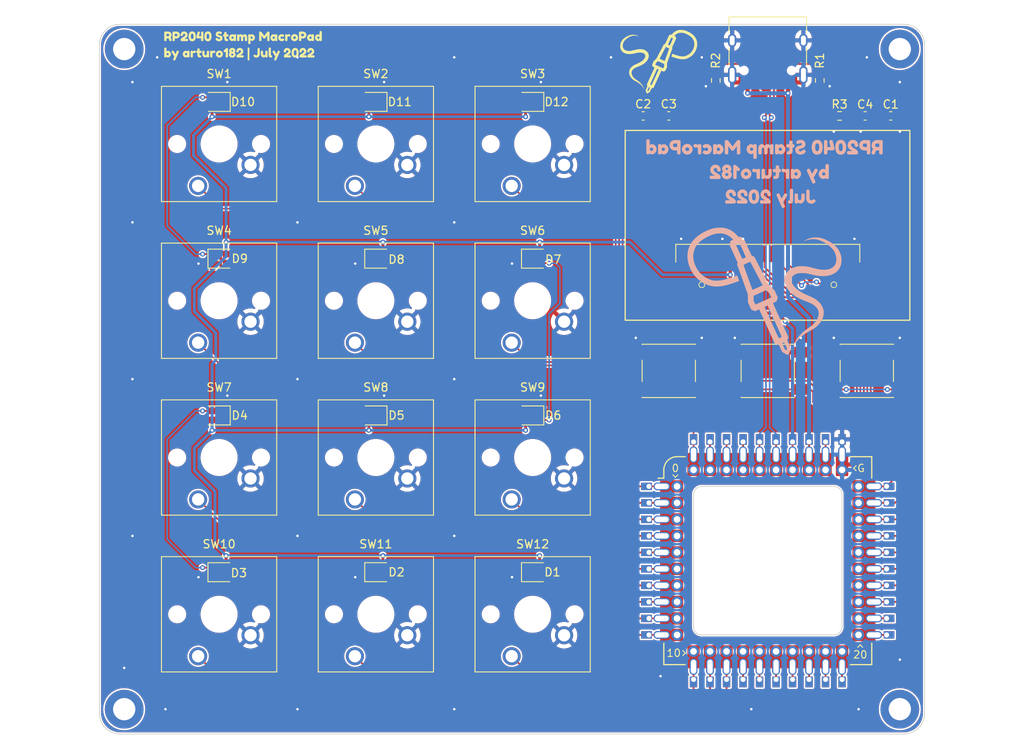
<source format=kicad_pcb>
(kicad_pcb (version 20211014) (generator pcbnew)
  (layers (0 "F.Cu" signal) (31 "B.Cu" signal) (34 "B.Paste" user) (35 "F.Paste" user) (36 "B.SilkS" user "B.Silkscreen") (37 "F.SilkS" user "F.Silkscreen") (38 "B.Mask" user) (39 "F.Mask" user) (44 "Edge.Cuts" user))
  (net 0 "")
  (net 1 "GND")
  (net 2 "+5V")
  (net 3 "Net-(J1-PadA5)")
  (net 4 "/USB_D+")
  (net 5 "/USB_D-")
  (net 7 "Net-(J1-PadB5)")
  (net 9 "unconnected-(U1-Pad32)")
  (net 10 "+3.3V")
  (net 11 "unconnected-(U1-Pad37)")
  (net 12 "unconnected-(U1-Pad38)")
  (net 13 "unconnected-(U1-Pad39)")
  (net 14 "Net-(C1-Pad2)")
  (net 15 "Net-(C2-Pad1)")
  (net 16 "Net-(C2-Pad2)")
  (net 17 "Net-(C3-Pad1)")
  (net 18 "Net-(C3-Pad2)")
  (net 19 "Net-(C4-Pad1)")
  (net 20 "/NEOPIXEL")
  (net 21 "Net-(D1-Pad1)")
  (net 22 "Net-(D2-Pad1)")
  (net 23 "Net-(D3-Pad1)")
  (net 24 "Net-(D4-Pad1)")
  (net 25 "Net-(D5-Pad1)")
  (net 26 "Net-(D6-Pad1)")
  (net 27 "Net-(D7-Pad1)")
  (net 28 "Net-(D8-Pad1)")
  (net 29 "Net-(D10-Pad3)")
  (net 30 "Net-(D10-Pad1)")
  (net 31 "Net-(D11-Pad1)")
  (net 34 "/LCD_CS")
  (net 35 "/LCD_RST")
  (net 36 "/LCD_DC")
  (net 39 "/LCD_CLK")
  (net 40 "/LCD_MOSI")
  (net 47 "Net-(DS1-Pad26)")
  (net 48 "/BTN1")
  (net 49 "/BTN2")
  (net 50 "/BTN3")
  (net 51 "/BTN4")
  (net 52 "/BTN5")
  (net 53 "/BTN6")
  (net 54 "/BTN7")
  (net 55 "/BTN8")
  (net 56 "/BTN9")
  (net 57 "/BTN10")
  (net 58 "/BTN11")
  (net 59 "/BTN12")
  (net 60 "/BTN_LEFT")
  (net 61 "/BTN_CENTER")
  (net 62 "/BTN_RIGHT")
  (net 63 "unconnected-(U1-Pad15)")
  (net 64 "unconnected-(U1-Pad16)")
  (net 65 "unconnected-(U1-Pad17)")
  (net 66 "unconnected-(U1-Pad18)")
  (net 67 "unconnected-(U1-Pad19)")
  (net 68 "unconnected-(U1-Pad20)")
  (net 69 "unconnected-(U1-Pad21)")
  (net 70 "unconnected-(U1-Pad22)")
  (net 71 "unconnected-(U1-Pad14)")
  (footprint "Capacitor_SMD:C_0603_1608Metric" (layer "F.Cu") (at 187 51.1)
    (fp_text reference "C3")
    (fp_text value "1uF")
  )
  (footprint "LED_SMD_Extra:WS2812B-2020" (layer "F.Cu") (at 151.5 87.4 180)
    (fp_text reference "D5")
    (fp_text value "WS2812B-2020")
  )
  (footprint "LED_SMD_Extra:WS2812B-2020" (layer "F.Cu") (at 151.5 68.4)
    (fp_text reference "D8")
    (fp_text value "WS2812B-2020")
  )
  (footprint "Capacitor_SMD:C_0603_1608Metric" (layer "F.Cu") (at 210.8 51.1 180)
    (fp_text reference "C4")
    (fp_text value "1uF")
  )
  (footprint "MountingHole:MountingHole_2.7mm_M2.5_DIN965_Pad" (layer "F.Cu") (at 215 43)
    (fp_text reference "REF**" hide)
    (fp_text value "MountingHole_2.7mm_M2.5_DIN965_Pad")
  )
  (footprint "Button_Switch_Keyboard:SW_Cherry_MX_1.00u_PCB" (layer "F.Cu") (at 129.96 59.58 180)
    (fp_text reference "SW1")
    (fp_text value "SW_SPST")
  )
  (footprint "Button_Switch_SMD:SW_SPST_PTS645" (layer "F.Cu") (at 211 82 180)
    (fp_text reference "SW15" hide)
    (fp_text value "SW_RIGHT")
  )
  (footprint "Button_Switch_Keyboard:SW_Cherry_MX_1.00u_PCB" (layer "F.Cu") (at 129.96 78.58 180)
    (fp_text reference "SW4")
    (fp_text value "SW_SPST")
  )
  (footprint "Capacitor_SMD:C_0603_1608Metric" (layer "F.Cu") (at 213.9 51.1 180)
    (fp_text reference "C1")
    (fp_text value "1uF")
  )
  (footprint "Button_Switch_Keyboard:SW_Cherry_MX_1.00u_PCB" (layer "F.Cu") (at 129.96 116.58 180)
    (fp_text reference "SW10")
    (fp_text value "SW_SPST")
  )
  (footprint "Button_Switch_Keyboard:SW_Cherry_MX_1.00u_PCB" (layer "F.Cu") (at 148.96 59.58 180)
    (fp_text reference "SW2")
    (fp_text value "SW_SPST")
  )
  (footprint "kibuzzard-62C6D91C" (layer "F.Cu") (at 135.4 42.6)
    (fp_text reference "kibuzzard-62C6D91C" hide)
    (fp_text value "G***" hide)
  )
  (footprint "Symbols_Extra:SolderParty-New-Logo_10x8.5mm_SilkScreen" (layer "F.Cu") (at 186.1 44.2)
    (fp_text reference "G***" hide)
    (fp_text value "LOGO" hide)
  )
  (footprint "MountingHole:MountingHole_2.7mm_M2.5_DIN965_Pad" (layer "F.Cu") (at 121 43)
    (fp_text reference "REF**" hide)
    (fp_text value "MountingHole_2.7mm_M2.5_DIN965_Pad")
  )
  (footprint "Resistor_SMD:R_0603_1608Metric" (layer "F.Cu") (at 205.3 46.8 -90)
    (fp_text reference "R1")
    (fp_text value "5.1K")
  )
  (footprint "Button_Switch_Keyboard:SW_Cherry_MX_1.00u_PCB" (layer "F.Cu") (at 167.96 78.58 180)
    (fp_text reference "SW6")
    (fp_text value "SW_SPST")
  )
  (footprint "Button_Switch_Keyboard:SW_Cherry_MX_1.00u_PCB" (layer "F.Cu") (at 167.96 116.58 180)
    (fp_text reference "SW12")
    (fp_text value "SW_SPST")
  )
  (footprint "Capacitor_SMD:C_0603_1608Metric" (layer "F.Cu") (at 183.9 51.1)
    (fp_text reference "C2")
    (fp_text value "1uF")
  )
  (footprint "MountingHole:MountingHole_2.7mm_M2.5_DIN965_Pad" (layer "F.Cu") (at 121 123)
    (fp_text reference "REF**" hide)
    (fp_text value "MountingHole_2.7mm_M2.5_DIN965_Pad")
  )
  (footprint "LED_SMD_Extra:WS2812B-2020" (layer "F.Cu") (at 151.5 49.4 180)
    (fp_text reference "D11")
    (fp_text value "WS2812B-2020")
  )
  (footprint "LED_SMD_Extra:WS2812B-2020" (layer "F.Cu") (at 151.5 106.4)
    (fp_text reference "D2")
    (fp_text value "WS2812B-2020")
  )
  (footprint "Connector_USB:USB_C_Receptacle_HRO_TYPE-C-31-M-12" (layer "F.Cu") (at 199 43 180)
    (fp_text reference "J1" hide)
    (fp_text value "USB_C_Receptacle_USB2.0")
  )
  (footprint "LED_SMD_Extra:WS2812B-2020" (layer "F.Cu") (at 170.5 87.4 180)
    (fp_text reference "D6")
    (fp_text value "WS2812B-2020")
  )
  (footprint "RP2040_Stamp:RP2040_Stamp_FlexyPin" (layer "F.Cu") (at 199 105)
    (fp_text reference "U1" hide)
    (fp_text value "RP2040_Stamp")
  )
  (footprint "Button_Switch_SMD:SW_SPST_PTS645" (layer "F.Cu") (at 199 82 180)
    (fp_text reference "SW14" hide)
    (fp_text value "SW_CENTER")
  )
  (footprint "Button_Switch_Keyboard:SW_Cherry_MX_1.00u_PCB" (layer "F.Cu") (at 148.96 97.58 180)
    (fp_text reference "SW8")
    (fp_text value "SW_SPST")
  )
  (footprint "Display:OLED-128O064D" (layer "F.Cu") (at 199 67.815 180)
    (fp_text reference "DS1" hide)
    (fp_text value "OLED-128O064D")
  )
  (footprint "Button_Switch_SMD:SW_SPST_PTS645" (layer "F.Cu") (at 187 82 180)
    (fp_text reference "SW13" hide)
    (fp_text value "SW_LEFT")
  )
  (footprint "Button_Switch_Keyboard:SW_Cherry_MX_1.00u_PCB" (layer "F.Cu") (at 148.96 116.58 180)
    (fp_text reference "SW11")
    (fp_text value "SW_SPST")
  )
  (footprint "LED_SMD_Extra:WS2812B-2020" (layer "F.Cu") (at 170.5 68.4)
    (fp_text reference "D7")
    (fp_text value "WS2812B-2020")
  )
  (footprint "LED_SMD_Extra:WS2812B-2020" (layer "F.Cu") (at 132.5 87.4 180)
    (fp_text reference "D4")
    (fp_text value "WS2812B-2020")
  )
  (footprint "LED_SMD_Extra:WS2812B-2020" (layer "F.Cu") (at 132.5 49.4 180)
    (fp_text reference "D10")
    (fp_text value "WS2812B-2020")
  )
  (footprint "LED_SMD_Extra:WS2812B-2020" (layer "F.Cu") (at 132.5 106.4)
    (fp_text reference "D3")
    (fp_text value "WS2812B-2020")
  )
  (footprint "Button_Switch_Keyboard:SW_Cherry_MX_1.00u_PCB" (layer "F.Cu") (at 148.96 78.58 180)
    (fp_text reference "SW5")
    (fp_text value "SW_SPST")
  )
  (footprint "LED_SMD_Extra:WS2812B-2020" (layer "F.Cu") (at 170.5 106.4)
    (fp_text reference "D1")
    (fp_text value "WS2812B-2020")
  )
  (footprint "Resistor_SMD:R_0603_1608Metric" (layer "F.Cu") (at 192.7 46.8 -90)
    (fp_text reference "R2")
    (fp_text value "5.1K")
  )
  (footprint "Button_Switch_Keyboard:SW_Cherry_MX_1.00u_PCB" (layer "F.Cu") (at 129.96 97.58 180)
    (fp_text reference "SW7")
    (fp_text value "SW_SPST")
  )
  (footprint "Resistor_SMD:R_0603_1608Metric" (layer "F.Cu") (at 207.7 51.1 180)
    (fp_text reference "R3")
    (fp_text value "390K")
  )
  (footprint "MountingHole:MountingHole_2.7mm_M2.5_DIN965_Pad" (layer "F.Cu") (at 215 123)
    (fp_text reference "REF**" hide)
    (fp_text value "MountingHole_2.7mm_M2.5_DIN965_Pad")
  )
  (footprint "LED_SMD_Extra:WS2812B-2020" (layer "F.Cu") (at 170.5 49.4 180)
    (fp_text reference "D12")
    (fp_text value "WS2812B-2020")
  )
  (footprint "Button_Switch_Keyboard:SW_Cherry_MX_1.00u_PCB" (layer "F.Cu") (at 167.96 97.58 180)
    (fp_text reference "SW9")
    (fp_text value "SW_SPST")
  )
  (footprint "Button_Switch_Keyboard:SW_Cherry_MX_1.00u_PCB" (layer "F.Cu") (at 167.96 59.58 180)
    (fp_text reference "SW3")
    (fp_text value "SW_SPST")
  )
  (footprint "LED_SMD_Extra:WS2812B-2020" (layer "F.Cu") (at 132.5 68.4)
    (fp_text reference "D9")
    (fp_text value "WS2812B-2020")
  )
  (footprint "kibuzzard-62C6DD16" (layer "B.Cu") (at 198.6 58.1 180)
    (fp_text reference "kibuzzard-62C6DD16" hide)
    (fp_text value "G***" hide)
  )
  (footprint "Symbols_Extra:SolderParty-New-Logo_20x16.9mm_SilkScreen" (layer "B.Cu") (at 197.95943 71.7 180)
    (fp_text reference "G***" hide)
    (fp_text value "LOGO" hide)
  )
  (gr_rect (start 181.717439 52.86) (end 216.217439 75.86) (layer "F.SilkS") (width 0.15) (fill none))
  (gr_arc (start 218 123.5) (mid 217.267767 125.267767) (end 215.5 126) (layer "Edge.Cuts") (width 0.1))
  (gr_line (start 208 113) (end 208 97) (layer "Edge.Cuts") (width 0.1))
  (gr_arc (start 190 97) (mid 190.292893 96.292893) (end 191 96) (layer "Edge.Cuts") (width 0.1))
  (gr_line (start 191 114) (end 206.999999 114) (layer "Edge.Cuts") (width 0.1))
  (gr_arc (start 215.5 40) (mid 217.267767 40.732233) (end 218 42.5) (layer "Edge.Cuts") (width 0.1))
  (gr_line (start 190 113) (end 190 97) (layer "Edge.Cuts") (width 0.1))
  (gr_line (start 215.5 126) (end 120.5 126) (layer "Edge.Cuts") (width 0.1))
  (gr_line (start 218 42.5) (end 218 123.5) (layer "Edge.Cuts") (width 0.1))
  (gr_line (start 118 123.5) (end 118 42.5) (layer "Edge.Cuts") (width 0.1))
  (gr_line (start 120.5 40) (end 215.5 40) (layer "Edge.Cuts") (width 0.1))
  (gr_line (start 207 96) (end 191 96) (layer "Edge.Cuts") (width 0.1))
  (gr_arc (start 118 42.5) (mid 118.732233 40.732233) (end 120.5 40) (layer "Edge.Cuts") (width 0.1))
  (gr_arc (start 208 113) (mid 207.707107 113.707107) (end 207 114) (layer "Edge.Cuts") (width 0.1))
  (gr_arc (start 120.5 126) (mid 118.732233 125.267767) (end 118 123.5) (layer "Edge.Cuts") (width 0.1))
  (gr_arc (start 207 96) (mid 207.707107 96.292893) (end 208 97) (layer "Edge.Cuts") (width 0.1))
  (gr_arc (start 191 114) (mid 190.292893 113.707107) (end 190 113) (layer "Edge.Cuts") (width 0.1))
  (segment (start 208 90.6) (end 208 92.15) (width 0.22) (layer "F.Cu") (net 1))
  (via (at 191 44) (size 0.6) (drill 0.3) (layers "F.Cu" "B.Cu") (net 1))
  (via (at 133.5 47) (size 0.6) (drill 0.3) (layers "F.Cu" "B.Cu") (net 1))
  (via (at 122 83) (size 0.6) (drill 0.3) (layers "F.Cu" "B.Cu") (net 1))
  (via (at 215 53) (size 0.6) (drill 0.3) (layers "F.Cu" "B.Cu") (net 1))
  (via (at 215 78) (size 0.6) (drill 0.3) (layers "F.Cu" "B.Cu") (net 1))
  (via (at 152.5 47) (size 0.6) (drill 0.3) (layers "F.Cu" "B.Cu") (net 1))
  (via (at 210 123) (size 0.6) (drill 0.3) (layers "F.Cu" "B.Cu") (net 1))
  (via (at 122 64) (size 0.6) (drill 0.3) (layers "F.Cu" "B.Cu") (net 1))
  (via (at 186 119) (size 0.6) (drill 0.3) (layers "F.Cu" "B.Cu") (net 1))
  (via (at 215 47) (size 0.6) (drill 0.3) (layers "F.Cu" "B.Cu") (net 1))
  (via (at 130 107) (size 0.6) (drill 0.3) (layers "F.Cu" "B.Cu") (net 1))
  (via (at 142 64) (size 0.6) (drill 0.3) (layers "F.Cu" "B.Cu") (net 1))
  (via (at 195 78) (size 0.6) (drill 0.3) (layers "F.Cu" "B.Cu") (net 1))
  (via (at 168 107) (size 0.6) (drill 0.3) (layers "F.Cu" "B.Cu") (net 1))
  (via (at 191.5 47.5) (size 0.6) (drill 0.3) (layers "F.Cu" "B.Cu") (net 1))
  (via (at 171.5 47) (size 0.6) (drill 0.3) (layers "F.Cu" "B.Cu") (net 1))
  (via (at 149 107) (size 0.6) (drill 0.3) (layers "F.Cu" "B.Cu") (net 1))
  (via (at 142 123) (size 0.6) (drill 0.3) (layers "F.Cu" "B.Cu") (net 1))
  (via (at 188.5 66) (size 0.6) (drill 0.3) (layers "F.Cu" "B.Cu") (net 1))
  (via (at 203 78) (size 0.6) (drill 0.3) (layers "F.Cu" "B.Cu") (net 1))
  (via (at 161 64) (size 0.6) (drill 0.3) (layers "F.Cu" "B.Cu") (net 1))
  (via (at 161 83) (size 0.6) (drill 0.3) (layers "F.Cu" "B.Cu") (net 1))
  (via (at 183 78) (size 0.6) (drill 0.3) (layers "F.Cu" "B.Cu") (net 1))
  (via (at 209.5 66) (size 0.6) (drill 0.3) (layers "F.Cu" "B.Cu") (net 1))
  (via (at 126 123) (size 0.6) (drill 0.3) (layers "F.Cu" "B.Cu") (net 1))
  (via (at 168 69) (size 0.6) (drill 0.3) (layers "F.Cu" "B.Cu") (net 1))
  (via (at 193.5 66) (size 0.6) (drill 0.3) (layers "F.Cu" "B.Cu") (net 1))
  (via (at 133.5 85) (size 0.6) (drill 0.3) (layers "F.Cu" "B.Cu") (net 1))
  (via (at 130 69) (size 0.6) (drill 0.3) (layers "F.Cu" "B.Cu") (net 1))
  (via (at 152.5 85) (size 0.6) (drill 0.3) (layers "F.Cu" "B.Cu") (net 1))
  (via (at 122 47) (size 0.6) (drill 0.3) (layers "F.Cu" "B.Cu") (net 1))
  (via (at 121 118) (size 0.6) (drill 0.3) (layers "F.Cu" "B.Cu") (net 1))
  (via (at 191 78) (size 0.6) (drill 0.3) (layers "F.Cu" "B.Cu") (net 1))
  (via (at 161 102) (size 0.6) (drill 0.3) (layers "F.Cu" "B.Cu") (net 1))
  (via (at 149 69) (size 0.6) (drill 0.3) (layers "F.Cu" "B.Cu") (net 1))
  (via (at 142 102) (size 0.6) (drill 0.3) (layers "F.Cu" "B.Cu") (net 1))
  (via (at 210.25 53) (size 0.6) (drill 0.3) (layers "F.Cu" "B.Cu") (net 1))
  (via (at 197 123) (size 0.6) (drill 0.3) (layers "F.Cu" "B.Cu") (net 1))
  (via (at 161 44) (size 0.6) (drill 0.3) (layers "F.Cu" "B.Cu") (net 1))
  (via (at 196 66) (size 0.6) (drill 0.3) (layers "F.Cu" "B.Cu") (net 1))
  (via (at 142 83) (size 0.6) (drill 0.3) (layers "F.Cu" "B.Cu") (net 1))
  (via (at 161 123) (size 0.6) (drill 0.3) (layers "F.Cu" "B.Cu") (net 1))
  (via (at 207 53) (size 0.6) (drill 0.3) (layers "F.Cu" "B.Cu") (net 1))
  (via (at 206.5 47.5) (size 0.6) (drill 0.3) (layers "F.Cu" "B.Cu") (net 1))
  (via (at 142 44) (size 0.6) (drill 0.3) (layers "F.Cu" "B.Cu") (net 1))
  (via (at 207 78) (size 0.6) (drill 0.3) (layers "F.Cu" "B.Cu") (net 1))
  (via (at 211 44) (size 0.6) (drill 0.3) (layers "F.Cu" "B.Cu") (net 1))
  (via (at 215 117) (size 0.6) (drill 0.3) (layers "F.Cu" "B.Cu") (net 1))
  (via (at 125 44) (size 0.6) (drill 0.3) (layers "F.Cu" "B.Cu") (net 1))
  (via (at 171.5 85) (size 0.6) (drill 0.3) (layers "F.Cu" "B.Cu") (net 1))
  (via (at 122 102) (size 0.6) (drill 0.3) (layers "F.Cu" "B.Cu") (net 1))
  (via (at 180 44) (size 0.6) (drill 0.3) (layers "F.Cu" "B.Cu") (net 1))
  (segment (start 196.55 47.045) (end 196.55 48.35) (width 0.5) (layer "F.Cu") (net 2))
  (segment (start 204 90.6) (end 204 92.15) (width 0.22) (layer "F.Cu") (net 2))
  (segment (start 201.45 47.045) (end 201.45 48.35) (width 0.5) (layer "F.Cu") (net 2))
  (via (at 196.55 48.35) (size 0.6) (drill 0.3) (layers "F.Cu" "B.Cu") (net 2))
  (via (at 201.45 48.35) (size 0.6) (drill 0.3) (layers "F.Cu" "B.Cu") (net 2))
  (segment (start 204 75.6) (end 201.45 73.05) (width 0.5) (layer "B.Cu") (net 2))
  (segment (start 201.45 48.35) (end 196.55 48.35) (width 0.5) (layer "B.Cu") (net 2))
  (segment (start 201.45 73.05) (end 201.45 48.35) (width 0.5) (layer "B.Cu") (net 2))
  (segment (start 204 90.6) (end 204 75.6) (width 0.5) (layer "B.Cu") (net 2))
  (segment (start 200.25 47.045) (end 200.25 45.45) (width 0.22) (layer "F.Cu") (net 3))
  (segment (start 200.25 45.45) (end 200.9 44.8) (width 0.22) (layer "F.Cu") (net 3))
  (segment (start 200.9 44.8) (end 204.9 44.8) (width 0.22) (layer "F.Cu") (net 3))
  (segment (start 204.9 44.8) (end 205.3 45.2) (width 0.22) (layer "F.Cu") (net 3))
  (segment (start 205.3 45.2) (end 205.3 45.975) (width 0.22) (layer "F.Cu") (net 3))
  (segment (start 199.25 48.132501) (end 199.275 48.157501) (width 0.2) (layer "F.Cu") (net 4))
  (segment (start 199.2 48) (end 198.4 48) (width 0.2) (layer "F.Cu") (net 4))
  (segment (start 198.774999 51.100001) (end 198.575 51.3) (width 0.2) (layer "F.Cu") (net 4))
  (segment (start 199.275 48.9068) (end 198.774999 49.406801) (width 0.2) (layer "F.Cu") (net 4))
  (segment (start 198.774999 49.406801) (end 198.774999 51.100001) (width 0.2) (layer "F.Cu") (net 4))
  (segment (start 199.25 47.045) (end 199.25 47.95) (width 0.2) (layer "F.Cu") (net 4))
  (segment (start 199.25 47.95) (end 199.25 48.132501) (width 0.2) (layer "F.Cu") (net 4))
  (segment (start 199.25 47.95) (end 199.2 48) (width 0.2) (layer "F.Cu") (net 4))
  (segment (start 198 90.6) (end 198 92.15) (width 0.2) (layer "F.Cu") (net 4))
  (segment (start 198.4 48) (end 198.25 47.85) (width 0.2) (layer "F.Cu") (net 4))
  (segment (start 198.25 47.85) (end 198.25 47.045) (width 0.2) (layer "F.Cu") (net 4))
  (segment (start 199.275 48.157501) (end 199.275 48.9068) (width 0.2) (layer "F.Cu") (net 4))
  (via (at 198.575 51.3) (size 0.6) (drill 0.3) (layers "F.Cu" "B.Cu") (net 4))
  (segment (start 198.774999 51.499999) (end 198.575 51.3) (width 0.2) (layer "B.Cu") (net 4))
  (segment (start 198.775 88.849999) (end 198.774999 51.499999) (width 0.2) (layer "B.Cu") (net 4))
  (segment (start 198 90.6) (end 198 89.624999) (width 0.2) (layer "B.Cu") (net 4))
  (segment (start 198 89.624999) (end 198.775 88.849999) (width 0.2) (layer "B.Cu") (net 4))
  (segment (start 199.225001 51.100001) (end 199.425 51.3) (width 0.2) (layer "F.Cu") (net 5))
  (segment (start 199.75 47.045) (end 199.75 48.132501) (width 0.2) (layer "F.Cu") (net 5))
  (segment (start 199.75 47.045) (end 199.75 46.27) (width 0.2) (layer "F.Cu") (net 5))
  (segment (start 199.75 48.132501) (end 199.725 48.157501) (width 0.2) (layer "F.Cu") (net 5))
  (segment (start 199.75 46.27) (end 199.6 46.12) (width 0.2) (layer "F.Cu") (net 5))
  (segment (start 198.75 46.25) (end 198.75 47.045) (width 0.2) (layer "F.Cu") (net 5))
  (segment (start 199.6 46.12) (end 198.88 46.12) (width 0.2) (layer "F.Cu") (net 5))
  (segment (start 198.88 46.12) (end 198.75 46.25) (width 0.2) (layer "F.Cu") (net 5))
  (segment (start 199.225001 49.593199) (end 199.225001 51.100001) (width 0.2) (layer "F.Cu") (net 5))
  (segment (start 200 90.6) (end 200 92.15) (width 0.2) (layer "F.Cu") (net 5))
  (segment (start 199.725 49.0932) (end 199.225001 49.593199) (width 0.2) (layer "F.Cu") (net 5))
  (segment (start 199.725 48.157501) (end 199.725 49.0932) (width 0.2) (layer "F.Cu") (net 5))
  (via (at 199.425 51.3) (size 0.6) (drill 0.3) (layers "F.Cu" "B.Cu") (net 5))
  (segment (start 200 89.624999) (end 199.225 88.849999) (width 0.2) (layer "B.Cu") (net 5))
  (segment (start 200 90.6) (end 200 89.624999) (width 0.2) (layer "B.Cu") (net 5))
  (segment (start 199.225001 51.499999) (end 199.425 51.3) (width 0.2) (layer "B.Cu") (net 5))
  (segment (start 199.225 88.849999) (end 199.225001 51.499999) (width 0.2) (layer "B.Cu") (net 5))
  (segment (start 196.7 44.8) (end 193.1 44.8) (width 0.22) (layer "F.Cu") (net 7))
  (segment (start 192.7 45.2) (end 192.7 45.975) (width 0.22) (layer "F.Cu") (net 7))
  (segment (start 197.25 45.35) (end 196.7 44.8) (width 0.22) (layer "F.Cu") (net 7))
  (segment (start 193.1 44.8) (end 192.7 45.2) (width 0.22) (layer "F.Cu") (net 7))
  (segment (start 197.25 47.045) (end 197.25 45.35) (width 0.22) (layer "F.Cu") (net 7))
  (segment (start 206 90.6) (end 206 92.15) (width 0.22) (layer "F.Cu") (net 9))
  (segment (start 133.35 105.85) (end 133.35 104.4) (width 0.35) (layer "F.Cu") (net 10))
  (segment (start 169.65 87.95) (end 169.65 89.2) (width 0.35) (layer "F.Cu") (net 10))
  (segment (start 200.1 75) (end 195.9 75) (width 0.4) (layer "F.Cu") (net 10))
  (segment (start 202 90.6) (end 202 92.15) (width 0.22) (layer "F.Cu") (net 10))
  (segment (start 171.35 105.85) (end 171.35 104.4) (width 0.35) (layer "F.Cu") (net 10))
  (segment (start 150.65 87.95) (end 150.65 89.2) (width 0.35) (layer "F.Cu") (net 10))
  (segment (start 133.35 105.85) (end 133.35 104.4) (width 0.35) (layer "F.Cu") (net 10))
  (segment (start 192.7 69.3) (end 194.45 69.3) (width 0.4) (layer "F.Cu") (net 10))
  (segment (start 194.45 73.55) (end 194.45 70.35) (width 0.4) (layer "F.Cu") (net 10))
  (segment (start 150.65 49.95) (end 150.65 51.2) (width 0.35) (layer "F.Cu") (net 10))
  (segment (start 192.35 68.95) (end 192.7 69.3) (width 0.4) (layer "F.Cu") (net 10))
  (segment (start 194.45 70.35) (end 194.45 67.815) (width 0.4) (layer "F.Cu") (net 10))
  (segment (start 152.35 67.85) (end 152.35 66.4) (width 0.35) (layer "F.Cu") (net 10))
  (segment (start 192.35 67.815) (end 192.35 68.95) (width 0.4) (layer "F.Cu") (net 10))
  (segment (start 171.35 67.85) (end 171.35 66.4) (width 0.35) (layer "F.Cu") (net 10))
  (segment (start 152.35 105.85) (end 152.35 104.4) (width 0.35) (layer "F.Cu") (net 10))
  (segment (start 131.65 49.95) (end 131.65 51.2) (width 0.35) (layer "F.Cu") (net 10))
  (segment (start 133.35 67.85) (end 133.35 66.4) (width 0.35) (layer "F.Cu") (net 10))
  (segment (start 195.9 75) (end 194.45 73.55) (width 0.4) (layer "F.Cu") (net 10))
  (segment (start 169.65 49.95) (end 169.65 51.2) (width 0.35) (layer "F.Cu") (net 10))
  (segment (start 131.65 87.95) (end 131.65 89.2) (width 0.35) (layer "F.Cu") (net 10))
  (segment (start 201.1 76) (end 200.1 75) (width 0.4) (layer "F.Cu") (net 10))
  (via (at 152.35 66.4) (size 0.6) (drill 0.3) (layers "F.Cu" "B.Cu") (net 10))
  (via (at 131.65 51.2) (size 0.6) (drill 0.3) (layers "F.Cu" "B.Cu") (net 10))
  (via (at 152.35 104.4) (size 0.6) (drill 0.3) (layers "F.Cu" "B.Cu") (net 10))
  (via (at 194.45 70.35) (size 0.6) (drill 0.3) (layers "F.Cu" "B.Cu") (net 10))
  (via (at 169.65 51.2) (size 0.6) (drill 0.3) (layers "F.Cu" "B.Cu") (net 10))
  (via (at 169.65 89.2) (size 0.6) (drill 0.3) (layers "F.Cu" "B.Cu") (net 10))
  (via (at 150.65 89.2) (size 0.6) (drill 0.3) (layers "F.Cu" "B.Cu") (net 10))
  (via (at 131.65 89.2) (size 0.6) (drill 0.3) (layers "F.Cu" "B.Cu") (net 10))
  (via (at 150.65 51.2) (size 0.6) (drill 0.3) (layers "F.Cu" "B.Cu") (net 10))
  (via (at 171.35 104.4) (size 0.6) (drill 0.3) (layers "F.Cu" "B.Cu") (net 10))
  (via (at 201.1 76) (size 0.6) (drill 0.3) (layers "F.Cu" "B.Cu") (net 10))
  (via (at 133.35 66.4) (size 0.6) (drill 0.3) (layers "F.Cu" "B.Cu") (net 10))
  (via (at 133.35 104.4) (size 0.6) (drill 0.3) (layers "F.Cu" "B.Cu") (net 10))
  (via (at 171.35 66.4) (size 0.6) (drill 0.3) (layers "F.Cu" "B.Cu") (net 10))
  (segment (start 171.35 104.4) (end 152.35 104.4) (width 0.35) (layer "B.Cu") (net 10))
  (segment (start 152.35 104.4) (end 133.35 104.4) (width 0.35) (layer "B.Cu") (net 10))
  (segment (start 131.65 81.15) (end 132.1 80.7) (width 0.35) (layer "B.Cu") (net 10))
  (segment (start 169.65 89.2) (end 150.65 89.2) (width 0.35) (layer "B.Cu") (net 10))
  (segment (start 131.65 89.2) (end 131.65 81.15) (width 0.35) (layer "B.Cu") (net 10))
  (segment (start 169.65 51.2) (end 150.65 51.2) (width 0.35) (layer "B.Cu") (net 10))
  (segment (start 129.5 94.1) (end 129.5 91.35) (width 0.35) (layer "B.Cu") (net 10))
  (segment (start 133.35 104.4) (end 132 103.05) (width 0.35) (layer "B.Cu") (net 10))
  (segment (start 152.35 66.4) (end 133.35 66.4) (width 0.35) (layer "B.Cu") (net 10))
  (segment (start 129.4 53.45) (end 131.65 51.2) (width 0.35) (layer "B.Cu") (net 10))
  (segment (start 182.3 66.4) (end 186.25 70.35) (width 0.35) (layer "B.Cu") (net 10))
  (segment (start 132 103.05) (end 132 96.6) (width 0.35) (layer "B.Cu") (net 10))
  (segment (start 133.35 68.15) (end 133.35 66.4) (width 0.35) (layer "B.Cu") (net 10))
  (segment (start 133.35 66.4) (end 133.35 59.85) (width 0.35) (layer "B.Cu") (net 10))
  (segment (start 129.5 72) (end 133.35 68.15) (width 0.35) (layer "B.Cu") (net 10))
  (segment (start 129.5 91.35) (end 131.65 89.2) (width 0.35) (layer "B.Cu") (net 10))
  (segment (start 132.1 80.7) (end 132.1 77.4) (width 0.35) (layer "B.Cu") (net 10))
  (segment (start 150.65 51.2) (end 131.65 51.2) (width 0.35) (layer "B.Cu") (net 10))
  (segment (start 186.25 70.35) (end 194.45 70.35) (width 0.35) (layer "B.Cu") (net 10))
  (segment (start 133.35 59.85) (end 129.4 55.9) (width 0.35) (layer "B.Cu") (net 10))
  (segment (start 171.35 66.4) (end 182.3 66.4) (width 0.35) (layer "B.Cu") (net 10))
  (segment (start 129.4 55.9) (end 129.4 53.45) (width 0.35) (layer "B.Cu") (net 10))
  (segment (start 129.5 74.8) (end 129.5 72) (width 0.35) (layer "B.Cu") (net 10))
  (segment (start 132 96.6) (end 129.5 94.1) (width 0.35) (layer "B.Cu") (net 10))
  (segment (start 201.1 76) (end 202 76.9) (width 0.4) (layer "B.Cu") (net 10))
  (segment (start 150.65 89.2) (end 131.65 89.2) (width 0.35) (layer "B.Cu") (net 10))
  (segment (start 171.35 66.4) (end 152.35 66.4) (width 0.35) (layer "B.Cu") (net 10))
  (segment (start 132.1 77.4) (end 129.5 74.8) (width 0.35) (layer "B.Cu") (net 10))
  (segment (start 202 76.9) (end 202 90.6) (width 0.4) (layer "B.Cu") (net 10))
  (segment (start 196 90.6) (end 196 92.15) (width 0.22) (layer "F.Cu") (net 11))
  (segment (start 194 90.6) (end 194 92.15) (width 0.22) (layer "F.Cu") (net 12))
  (segment (start 192 90.6) (end 192 92.15) (width 0.22) (layer "F.Cu") (net 13))
  (segment (start 207.75 67.815) (end 207.75 58.581372) (width 0.2) (layer "F.Cu") (net 14))
  (segment (start 208.931372 57.4) (end 212.6 57.4) (width 0.2) (layer "F.Cu") (net 14))
  (segment (start 207.75 58.581372) (end 208.931372 57.4) (width 0.2) (layer "F.Cu") (net 14))
  (segment (start 212.6 57.4) (end 213.125 56.875) (width 0.2) (layer "F.Cu") (net 14))
  (segment (start 213.125 56.875) (end 213.125 51.1) (width 0.2) (layer "F.Cu") (net 14))
  (segment (start 189.034314 58.9) (end 184.4 58.9) (width 0.2) (layer "F.Cu") (net 15))
  (segment (start 183.125 57.625) (end 183.125 51.1) (width 0.2) (layer "F.Cu") (net 15))
  (segment (start 189.55 59.415686) (end 189.034314 58.9) (width 0.2) (layer "F.Cu") (net 15))
  (segment (start 189.55 67.815) (end 189.55 59.415686) (width 0.2) (layer "F.Cu") (net 15))
  (segment (start 184.4 58.9) (end 183.125 57.625) (width 0.2) (layer "F.Cu") (net 15))
  (segment (start 185.8 58.5) (end 184.675 57.375) (width 0.2) (layer "F.Cu") (net 16))
  (segment (start 184.675 57.375) (end 184.675 51.1) (width 0.2) (layer "F.Cu") (net 16))
  (segment (start 190.25 67.815) (end 190.25 59.55) (width 0.2) (layer "F.Cu") (net 16))
  (segment (start 189.2 58.5) (end 185.8 58.5) (width 0.2) (layer "F.Cu") (net 16))
  (segment (start 190.25 59.55) (end 189.2 58.5) (width 0.2) (layer "F.Cu") (net 16))
  (segment (start 187 58.1) (end 186.225 57.325) (width 0.2) (layer "F.Cu") (net 17))
  (segment (start 186.225 57.325) (end 186.225 51.1) (width 0.2) (layer "F.Cu") (net 17))
  (segment (start 190.95 67.815) (end 190.95 59.684314) (width 0.2) (layer "F.Cu") (net 17))
  (segment (start 189.365686 58.1) (end 187 58.1) (width 0.2) (layer "F.Cu") (net 17))
  (segment (start 190.95 59.684314) (end 189.365686 58.1) (width 0.2) (layer "F.Cu") (net 17))
  (segment (start 187.775 57.475) (end 187.775 51.1) (width 0.2) (layer "F.Cu") (net 18))
  (segment (start 191.65 59.818628) (end 189.531372 57.7) (width 0.2) (layer "F.Cu") (net 18))
  (segment (start 188 57.7) (end 187.775 57.475) (width 0.2) (layer "F.Cu") (net 18))
  (segment (start 191.65 67.815) (end 191.65 59.818628) (width 0.2) (layer "F.Cu") (net 18))
  (segment (start 189.531372 57.7) (end 188 57.7) (width 0.2) (layer "F.Cu") (net 18))
  (segment (start 210.834314 57) (end 211.575 56.259314) (width 0.2) (layer "F.Cu") (net 19))
  (segment (start 207.05 58.715687) (end 208.765687 57) (width 0.2) (layer "F.Cu") (net 19))
  (segment (start 207.05 67.815) (end 207.05 58.715687) (width 0.2) (layer "F.Cu") (net 19))
  (segment (start 208.765687 57) (end 210.834314 57) (width 0.2) (layer "F.Cu") (net 19))
  (segment (start 211.575 56.259314) (end 211.575 51.1) (width 0.2) (layer "F.Cu") (net 19))
  (segment (start 180.7 114) (end 184.6 114) (width 0.2) (layer "F.Cu") (net 20))
  (segment (start 184.6 114) (end 186.15 114) (width 0.2) (layer "F.Cu") (net 20))
  (segment (start 178.75 106.95) (end 180.05 108.25) (width 0.2) (layer "F.Cu") (net 20))
  (segment (start 171.35 106.95) (end 178.75 106.95) (width 0.2) (layer "F.Cu") (net 20))
  (segment (start 180.05 113.35) (end 180.7 114) (width 0.2) (layer "F.Cu") (net 20))
  (segment (start 180.05 108.25) (end 180.05 113.35) (width 0.2) (layer "F.Cu") (net 20))
  (segment (start 160.45 106.95) (end 161.55 105.85) (width 0.2) (layer "F.Cu") (net 21))
  (segment (start 161.55 105.85) (end 169.65 105.85) (width 0.2) (layer "F.Cu") (net 21))
  (segment (start 152.35 106.95) (end 160.45 106.95) (width 0.2) (layer "F.Cu") (net 21))
  (segment (start 142.55 105.85) (end 150.65 105.85) (width 0.2) (layer "F.Cu") (net 22))
  (segment (start 133.35 106.95) (end 141.45 106.95) (width 0.2) (layer "F.Cu") (net 22))
  (segment (start 141.45 106.95) (end 142.55 105.85) (width 0.2) (layer "F.Cu") (net 22))
  (segment (start 131.65 105.85) (end 130.5 105.85) (width 0.22) (layer "F.Cu") (net 23))
  (segment (start 131.65 86.85) (end 130.5 86.85) (width 0.22) (layer "F.Cu") (net 23))
  (via (at 130.5 86.85) (size 0.6) (drill 0.3) (layers "F.Cu" "B.Cu") (net 23))
  (via (at 130.5 105.85) (size 0.6) (drill 0.3) (layers "F.Cu" "B.Cu") (net 23))
  (segment (start 126.2 90.3) (end 126.2 102.4) (width 0.2) (layer "B.Cu") (net 23))
  (segment (start 129.65 86.85) (end 126.2 90.3) (width 0.2) (layer "B.Cu") (net 23))
  (segment (start 130.5 86.85) (end 129.65 86.85) (width 0.2) (layer "B.Cu") (net 23))
  (segment (start 126.2 102.4) (end 129.65 105.85) (width 0.2) (layer "B.Cu") (net 23))
  (segment (start 129.65 105.85) (end 130.5 105.85) (width 0.2) (layer "B.Cu") (net 23))
  (segment (start 142.55 86.85) (end 150.65 86.85) (width 0.2) (layer "F.Cu") (net 24))
  (segment (start 133.35 87.95) (end 141.45 87.95) (width 0.2) (layer "F.Cu") (net 24))
  (segment (start 141.45 87.95) (end 142.55 86.85) (width 0.2) (layer "F.Cu") (net 24))
  (segment (start 160.45 87.95) (end 161.55 86.85) (width 0.2) (layer "F.Cu") (net 25))
  (segment (start 152.35 87.95) (end 160.45 87.95) (width 0.2) (layer "F.Cu") (net 25))
  (segment (start 161.55 86.85) (end 169.65 86.85) (width 0.2) (layer "F.Cu") (net 25))
  (segment (start 171.35 68.95) (end 172.5 68.95) (width 0.2) (layer "F.Cu") (net 26))
  (segment (start 171.35 87.95) (end 172.5 87.95) (width 0.2) (layer "F.Cu") (net 26))
  (via (at 172.5 87.95) (size 0.6) (drill 0.3) (layers "F.Cu" "B.Cu") (net 26))
  (via (at 172.5 68.95) (size 0.6) (drill 0.3) (layers "F.Cu" "B.Cu") (net 26))
  (segment (start 173.8 69.45) (end 173.8 73.8) (width 0.2) (layer "B.Cu") (net 26))
  (segment (start 172.5 68.95) (end 173.3 68.95) (width 0.2) (layer "B.Cu") (net 26))
  (segment (start 173.8 73.8) (end 172.5 75.1) (width 0.2) (layer "B.Cu") (net 26))
  (segment (start 173.3 68.95) (end 173.8 69.45) (width 0.2) (layer "B.Cu") (net 26))
  (segment (start 172.5 75.1) (end 172.5 87.95) (width 0.2) (layer "B.Cu") (net 26))
  (segment (start 160.45 68.95) (end 161.55 67.85) (width 0.2) (layer "F.Cu") (net 27))
  (segment (start 152.35 68.95) (end 160.45 68.95) (width 0.2) (layer "F.Cu") (net 27))
  (segment (start 161.55 67.85) (end 169.65 67.85) (width 0.2) (layer "F.Cu") (net 27))
  (segment (start 142.55 67.85) (end 150.65 67.85) (width 0.2) (layer "F.Cu") (net 28))
  (segment (start 133.35 68.95) (end 141.45 68.95) (width 0.2) (layer "F.Cu") (net 28))
  (segment (start 141.45 68.95) (end 142.55 67.85) (width 0.2) (layer "F.Cu") (net 28))
  (segment (start 131.65 48.85) (end 130.5 48.85) (width 0.22) (layer "F.Cu") (net 29))
  (segment (start 131.65 67.85) (end 130.5 67.85) (width 0.22) (layer "F.Cu") (net 29))
  (via (at 130.5 67.85) (size 0.6) (drill 0.3) (layers "F.Cu" "B.Cu") (net 29))
  (via (at 130.5 48.85) (size 0.6) (drill 0.3) (layers "F.Cu" "B.Cu") (net 29))
  (segment (start 126.2 64.4) (end 129.65 67.85) (width 0.22) (layer "B.Cu") (net 29))
  (segment (start 126.2 52.3) (end 126.2 64.4) (width 0.22) (layer "B.Cu") (net 29))
  (segment (start 129.65 48.85) (end 126.2 52.3) (width 0.22) (layer "B.Cu") (net 29))
  (segment (start 130.5 48.85) (end 129.65 48.85) (width 0.22) (layer "B.Cu") (net 29))
  (segment (start 129.65 67.85) (end 130.5 67.85) (width 0.22) (layer "B.Cu") (net 29))
  (segment (start 142.55 48.85) (end 150.65 48.85) (width 0.22) (layer "F.Cu") (net 30))
  (segment (start 141.45 49.95) (end 142.55 48.85) (width 0.22) (layer "F.Cu") (net 30))
  (segment (start 133.35 49.95) (end 141.45 49.95) (width 0.22) (layer "F.Cu") (net 30))
  (segment (start 161.6 48.85) (end 169.65 48.85) (width 0.22) (layer "F.Cu") (net 31))
  (segment (start 152.35 49.95) (end 160.5 49.95) (width 0.22) (layer "F.Cu") (net 31))
  (segment (start 160.5 49.95) (end 161.6 48.85) (width 0.22) (layer "F.Cu") (net 31))
  (segment (start 214.8 100.39397) (end 215.22 99.97397) (width 0.2) (layer "F.Cu") (net 34))
  (segment (start 215.22 99.97397) (end 215.22 98.36794) (width 0.2) (layer "F.Cu") (net 34))
  (segment (start 208.037256 73.1) (end 201.1 73.1) (width 0.2) (layer "F.Cu") (net 34))
  (segment (start 213.4 102) (end 214.6 102) (width 0.2) (layer "F.Cu") (net 34))
  (segment (start 215.54 98.04794) (end 215.54 91.35809) (width 0.2) (layer "F.Cu") (net 34))
  (segment (start 209.8 74.862744) (end 208.037256 73.1) (width 0.2) (layer "F.Cu") (net 34))
  (segment (start 209.8 85.61809) (end 209.8 74.862744) (width 0.2) (layer "F.Cu") (net 34))
  (segment (start 214.6 102) (end 214.8 101.8) (width 0.2) (layer "F.Cu") (net 34))
  (segment (start 197.25 69.25) (end 197.25 67.815) (width 0.2) (layer "F.Cu") (net 34))
  (segment (start 201.1 73.1) (end 197.25 69.25) (width 0.2) (layer "F.Cu") (net 34))
  (segment (start 213.4 102) (end 211.85 102) (width 0.2) (layer "F.Cu") (net 34))
  (segment (start 214.8 101.8) (end 214.8 100.39397) (width 0.2) (layer "F.Cu") (net 34))
  (segment (start 215.22 98.36794) (end 215.54 98.04794) (width 0.2) (layer "F.Cu") (net 34))
  (segment (start 215.54 91.35809) (end 209.8 85.61809) (width 0.2) (layer "F.Cu") (net 34))
  (segment (start 210.22 85.44412) (end 210.22 74.717058) (width 0.2) (layer "F.Cu") (net 35))
  (segment (start 201.27397 72.68) (end 197.95 69.35603) (width 0.2) (layer "F.Cu") (net 35))
  (segment (start 214.6 104) (end 214.8 103.8) (width 0.2) (layer "F.Cu") (net 35))
  (segment (start 215.64 98.54191) (end 215.96 98.22191) (width 0.2) (layer "F.Cu") (net 35))
  (segment (start 215.22 101.97397) (end 215.22 100.56794) (width 0.2) (layer "F.Cu") (net 35))
  (segment (start 215.22 100.56794) (end 215.64 100.14794) (width 0.2) (layer "F.Cu") (net 35))
  (segment (start 197.95 69.35603) (end 197.95 67.815) (width 0.2) (layer "F.Cu") (net 35))
  (segment (start 213.4 104) (end 211.85 104) (width 0.2) (layer "F.Cu") (net 35))
  (segment (start 215.96 91.18412) (end 210.22 85.44412) (width 0.2) (layer "F.Cu") (net 35))
  (segment (start 213.4 104) (end 214.6 104) (width 0.2) (layer "F.Cu") (net 35))
  (segment (start 210.22 74.717058) (end 208.182942 72.68) (width 0.2) (layer "F.Cu") (net 35))
  (segment (start 215.64 100.14794) (end 215.64 98.54191) (width 0.2) (layer "F.Cu") (net 35))
  (segment (start 208.182942 72.68) (end 201.27397 72.68) (width 0.2) (layer "F.Cu") (net 35))
  (segment (start 214.8 103.8) (end 214.8 102.39397) (width 0.2) (layer "F.Cu") (net 35))
  (segment (start 215.96 98.22191) (end 215.96 91.18412) (width 0.2) (layer "F.Cu") (net 35))
  (segment (start 214.8 102.39397) (end 215.22 101.97397) (width 0.2) (layer "F.Cu") (net 35))
  (segment (start 216.06 100.32191) (end 216.06 98.71588) (width 0.2) (layer "F.Cu") (net 36))
  (segment (start 215.22 103.97397) (end 215.22 102.56794) (width 0.2) (layer "F.Cu") (net 36))
  (segment (start 216.38 98.39588) (end 216.38 91.01015) (width 0.2) (layer "F.Cu") (net 36))
  (segment (start 216.38 91.01015) (end 210.64 85.27015) (width 0.2) (layer "F.Cu") (net 36))
  (segment (start 211.85 106) (end 213.4 106) (width 0.2) (layer "F.Cu") (net 36))
  (segment (start 215.64 100.74191) (end 216.06 100.32191) (width 0.2) (layer "F.Cu") (net 36))
  (segment (start 216.06 98.71588) (end 216.38 98.39588) (width 0.2) (layer "F.Cu") (net 36))
  (segment (start 214.6 106) (end 214.8 105.8) (width 0.2) (layer "F.Cu") (net 36))
  (segment (start 215.22 102.56794) (end 215.64 102.14794) (width 0.2) (layer "F.Cu") (net 36))
  (segment (start 210.64 85.27015) (end 210.64 74.571372) (width 0.2) (layer "F.Cu") (net 36))
  (segment (start 201.44794 72.26) (end 198.65 69.46206) (width 0.2) (layer "F.Cu") (net 36))
  (segment (start 208.328628 72.26) (end 201.44794 72.26) (width 0.2) (layer "F.Cu") (net 36))
  (segment (start 213.4 106) (end 214.6 106) (width 0.2) (layer "F.Cu") (net 36))
  (segment (start 198.65 69.46206) (end 198.65 67.815) (width 0.2) (layer "F.Cu") (net 36))
  (segment (start 210.64 74.571372) (end 208.328628 72.26) (width 0.2) (layer "F.Cu") (net 36))
  (segment (start 214.8 104.39397) (end 215.22 103.97397) (width 0.2) (layer "F.Cu") (net 36))
  (segment (start 214.8 105.8) (end 214.8 104.39397) (width 0.2) (layer "F.Cu") (net 36))
  (segment (start 215.64 102.14794) (end 215.64 100.74191) (width 0.2) (layer "F.Cu") (net 36))
  (segment (start 216.48 102.49588) (end 216.48 101.08985) (width 0.2) (layer "F.Cu") (net 39))
  (segment (start 217.22 98.74382) (end 217.22 90.66221) (width 0.2) (layer "F.Cu") (net 39))
  (segment (start 215.22 106.56794) (end 215.64 106.14794) (width 0.2) (layer "F.Cu") (net 39))
  (segment (start 200.75 69.3005) (end 200.75 67.815) (width 0.2) (layer "F.Cu") (net 39))
  (segment (start 211.85 110) (end 213.4 110) (width 0.2) (layer "F.Cu") (net 39))
  (segment (start 216.06 104.32191) (end 216.06 102.91588) (width 0.2) (layer "F.Cu") (net 39))
  (segment (start 213.4 110) (end 214.6 110) (width 0.2) (layer "F.Cu") (net 39))
  (segment (start 216.9 99.06382) (end 217.22 98.74382) (width 0.2) (layer "F.Cu") (net 39))
  (segment (start 215.64 104.74191) (end 216.06 104.32191) (width 0.2) (layer "F.Cu") (net 39))
  (segment (start 217.22 90.66221) (end 211.48 84.92221) (width 0.2) (layer "F.Cu") (net 39))
  (segment (start 215.64 106.14794) (end 215.64 104.74191) (width 0.2) (layer "F.Cu") (net 39))
  (segment (start 215.22 107.97397) (end 215.22 106.56794) (width 0.2) (layer "F.Cu") (net 39))
  (segment (start 214.8 108.39397) (end 215.22 107.97397) (width 0.2) (layer "F.Cu") (net 39))
  (segment (start 214.8 109.8) (end 214.8 108.39397) (width 0.2) (layer "F.Cu") (net 39))
  (segment (start 208.6 71.4) (end 205.0695 71.4) (width 0.2) (layer "F.Cu") (net 39))
  (segment (start 216.48 101.08985) (end 216.9 100.66985) (width 0.2) (layer "F.Cu") (net 39))
  (segment (start 203.1 71.6505) (end 200.75 69.3005) (width 0.2) (layer "F.Cu") (net 39))
  (segment (start 214.6 110) (end 214.8 109.8) (width 0.2) (layer "F.Cu") (net 39))
  (segment (start 216.06 102.91588) (end 216.48 102.49588) (width 0.2) (layer "F.Cu") (net 39))
  (segment (start 211.48 84.92221) (end 211.48 74.28) (width 0.2) (layer "F.Cu") (net 39))
  (segment (start 216.9 100.66985) (end 216.9 99.06382) (width 0.2) (layer "F.Cu") (net 39))
  (segment (start 211.48 74.28) (end 208.6 71.4) (width 0.2) (layer "F.Cu") (net 39))
  (segment (start 205.0695 71.4) (end 204.9 71.2305) (width 0.2) (layer "F.Cu") (net 39))
  (via (at 203.1 71.6505) (size 0.6) (drill 0.3) (layers "F.Cu" "B.Cu") (net 39))
  (via (at 204.9 71.2305) (size 0.6) (drill 0.3) (layers "F.Cu" "B.Cu") (net 39))
  (segment (start 203.52 71.2305) (end 204.9 71.2305) (width 0.2) (layer "B.Cu") (net 39))
  (segment (start 203.1 71.6505) (end 203.52 71.2305) (width 0.2) (layer "B.Cu") (net 39))
  (segment (start 216.48 98.88985) (end 216.8 98.56985) (width 0.2) (layer "F.Cu") (net 40))
  (segment (start 215.22 104.56794) (end 215.64 104.14794) (width 0.2) (layer "F.Cu") (net 40))
  (segment (start 208.474313 71.84) (end 204.24 71.84) (width 0.2) (layer "F.Cu") (net 40))
  (segment (start 216.8 98.56985) (end 216.8 90.83618) (width 0.2) (layer "F.Cu") (net 40))
  (segment (start 211.06 85.09618) (end 211.06 74.425686) (width 0.2) (layer "F.Cu") (net 40))
  (segment (start 214.8 106.39397) (end 215.22 105.97397) (width 0.2) (layer "F.Cu") (net 40))
  (segment (start 216.06 100.91588) (end 216.48 100.49588) (width 0.2) (layer "F.Cu") (net 40))
  (segment (start 201.45 69.05) (end 201.45 67.815) (width 0.2) (layer "F.Cu") (net 40))
  (segment (start 214.8 107.8) (end 214.8 106.39397) (width 0.2) (layer "F.Cu") (net 40))
  (segment (start 216.8 90.83618) (end 211.06 85.09618) (width 0.2) (layer "F.Cu") (net 40))
  (segment (start 204.24 71.84) (end 201.45 69.05) (width 0.2) (layer "F.Cu") (net 40))
  (segment (start 215.64 104.14794) (end 215.64 102.74191) (width 0.2) (layer "F.Cu") (net 40))
  (segment (start 213.4 108) (end 211.85 108) (width 0.2) (layer "F.Cu") (net 40))
  (segment (start 216.06 102.32191) (end 216.06 100.91588) (width 0.2) (layer "F.Cu") (net 40))
  (segment (start 215.64 102.74191) (end 216.06 102.32191) (width 0.2) (layer "F.Cu") (net 40))
  (segment (start 216.48 100.49588) (end 216.48 98.88985) (width 0.2) (layer "F.Cu") (net 40))
  (segment (start 211.06 74.425686) (end 208.474313 71.84) (width 0.2) (layer "F.Cu") (net 40))
  (segment (start 213.4 108) (end 214.6 108) (width 0.2) (layer "F.Cu") (net 40))
  (segment (start 215.22 105.97397) (end 215.22 104.56794) (width 0.2) (layer "F.Cu") (net 40))
  (segment (start 214.6 108) (end 214.8 107.8) (width 0.2) (layer "F.Cu") (net 40))
  (segment (start 208.525 56.675) (end 208.525 51.1) (width 0.2) (layer "F.Cu") (net 47))
  (segment (start 206.35 58.85) (end 208.525 56.675) (width 0.2) (layer "F.Cu") (net 47))
  (segment (start 206.35 67.815) (end 206.35 58.85) (width 0.2) (layer "F.Cu") (net 47))
  (segment (start 183.2 98.39397) (end 182.68 97.87397) (width 0.2) (layer "F.Cu") (net 48))
  (segment (start 132.72 62.34) (end 129.96 59.58) (width 0.2) (layer "F.Cu") (net 48))
  (segment (start 180.56 94.34794) (end 180.56 65.74794) (width 0.2) (layer "F.Cu") (net 48))
  (segment (start 184.6 100) (end 186.15 100) (width 0.2) (layer "F.Cu") (net 48))
  (segment (start 180.56 65.74794) (end 177.15206 62.34) (width 0.2) (layer "F.Cu") (net 48))
  (segment (start 177.15206 62.34) (end 132.72 62.34) (width 0.2) (layer "F.Cu") (net 48))
  (segment (start 182.68 96.46794) (end 180.56 94.34794) (width 0.2) (layer "F.Cu") (net 48))
  (segment (start 184.6 100) (end 183.4 100) (width 0.2) (layer "F.Cu") (net 48))
  (segment (start 182.68 97.87397) (end 182.68 96.46794) (width 0.2) (layer "F.Cu") (net 48))
  (segment (start 183.2 99.8) (end 183.2 98.39397) (width 0.2) (layer "F.Cu") (net 48))
  (segment (start 183.4 100) (end 183.2 99.8) (width 0.2) (layer "F.Cu") (net 48))
  (segment (start 184.6 98) (end 186.15 98) (width 0.2) (layer "F.Cu") (net 49))
  (segment (start 180.98 65.57397) (end 177.32603 61.92) (width 0.2) (layer "F.Cu") (net 49))
  (segment (start 184.6 98) (end 183.4 98) (width 0.2) (layer "F.Cu") (net 49))
  (segment (start 177.32603 61.92) (end 151.3 61.92) (width 0.2) (layer "F.Cu") (net 49))
  (segment (start 183.1 97.7) (end 183.1 96.29397) (width 0.2) (layer "F.Cu") (net 49))
  (segment (start 183.1 96.29397) (end 180.98 94.17397) (width 0.2) (layer "F.Cu") (net 49))
  (segment (start 183.4 98) (end 183.1 97.7) (width 0.2) (layer "F.Cu") (net 49))
  (segment (start 180.98 94.17397) (end 180.98 65.57397) (width 0.2) (layer "F.Cu") (net 49))
  (segment (start 151.3 61.92) (end 148.96 59.58) (width 0.2) (layer "F.Cu") (net 49))
  (segment (start 181.4 94) (end 181.4 65.4) (width 0.2) (layer "F.Cu") (net 50))
  (segment (start 184.6 96) (end 186.15 96) (width 0.2) (layer "F.Cu") (net 50))
  (segment (start 177.5 61.5) (end 169.88 61.5) (width 0.2) (layer "F.Cu") (net 50))
  (segment (start 183.4 96) (end 181.4 94) (width 0.2) (layer "F.Cu") (net 50))
  (segment (start 169.88 61.5) (end 167.96 59.58) (width 0.2) (layer "F.Cu") (net 50))
  (segment (start 181.4 65.4) (end 177.5 61.5) (width 0.2) (layer "F.Cu") (net 50))
  (segment (start 184.6 96) (end 183.4 96) (width 0.2) (layer "F.Cu") (net 50))
  (segment (start 182.78 102.66794) (end 182.26 102.14794) (width 0.2) (layer "F.Cu") (net 51))
  (segment (start 181.94 100.32191) (end 181.94 98.91588) (width 0.2) (layer "F.Cu") (net 51))
  (segment (start 182.78 103.97397) (end 182.78 102.66794) (width 0.2) (layer "F.Cu") (net 51))
  (segment (start 182.26 100.64191) (end 181.94 100.32191) (width 0.2) (layer "F.Cu") (net 51))
  (segment (start 184.6 106) (end 186.15 106) (width 0.2) (layer "F.Cu") (net 51))
  (segment (start 183.2 105.8) (end 183.2 104.39397) (width 0.2) (layer "F.Cu") (net 51))
  (segment (start 179.3 83.58794) (end 177.05206 81.34) (width 0.2) (layer "F.Cu") (net 51))
  (segment (start 181.94 98.91588) (end 181.42 98.39588) (width 0.2) (layer "F.Cu") (net 51))
  (segment (start 177.05206 81.34) (end 132.72 81.34) (width 0.2) (layer "F.Cu") (net 51))
  (segment (start 179.3 94.86985) (end 179.3 83.58794) (width 0.2) (layer "F.Cu") (net 51))
  (segment (start 132.72 81.34) (end 129.96 78.58) (width 0.2) (layer "F.Cu") (net 51))
  (segment (start 183.4 106) (end 183.2 105.8) (width 0.2) (layer "F.Cu") (net 51))
  (segment (start 184.6 106) (end 183.4 106) (width 0.2) (layer "F.Cu") (net 51))
  (segment (start 183.2 104.39397) (end 182.78 103.97397) (width 0.2) (layer "F.Cu") (net 51))
  (segment (start 182.26 102.14794) (end 182.26 100.64191) (width 0.2) (layer "F.Cu") (net 51))
  (segment (start 181.42 98.39588) (end 181.42 96.98985) (width 0.2) (layer "F.Cu") (net 51))
  (segment (start 181.42 96.98985) (end 179.3 94.86985) (width 0.2) (layer "F.Cu") (net 51))
  (segment (start 151.3 80.92) (end 148.96 78.58) (width 0.2) (layer "F.Cu") (net 52))
  (segment (start 181.84 98.22191) (end 181.84 96.81588) (width 0.2) (layer "F.Cu") (net 52))
  (segment (start 183.4 104) (end 183.2 103.8) (width 0.2) (layer "F.Cu") (net 52))
  (segment (start 183.2 103.8) (end 183.2 102.49397) (width 0.2) (layer "F.Cu") (net 52))
  (segment (start 177.22603 80.92) (end 151.3 80.92) (width 0.2) (layer "F.Cu") (net 52))
  (segment (start 179.72 94.69588) (end 179.72 83.41397) (width 0.2) (layer "F.Cu") (net 52))
  (segment (start 184.6 104) (end 183.4 104) (width 0.2) (layer "F.Cu") (net 52))
  (segment (start 184.6 104) (end 186.15 104) (width 0.2) (layer "F.Cu") (net 52))
  (segment (start 182.36 98.74191) (end 181.84 98.22191) (width 0.2) (layer "F.Cu") (net 52))
  (segment (start 182.68 101.97397) (end 182.68 100.46794) (width 0.2) (layer "F.Cu") (net 52))
  (segment (start 182.36 100.14794) (end 182.36 98.74191) (width 0.2) (layer "F.Cu") (net 52))
  (segment (start 179.72 83.41397) (end 177.22603 80.92) (width 0.2) (layer "F.Cu") (net 52))
  (segment (start 182.68 100.46794) (end 182.36 100.14794) (width 0.2) (layer "F.Cu") (net 52))
  (segment (start 183.2 102.49397) (end 182.68 101.97397) (width 0.2) (layer "F.Cu") (net 52))
  (segment (start 181.84 96.81588) (end 179.72 94.69588) (width 0.2) (layer "F.Cu") (net 52))
  (segment (start 183.1 101.8) (end 183.1 100.29397) (width 0.2) (layer "F.Cu") (net 53))
  (segment (start 184.6 102) (end 183.3 102) (width 0.2) (layer "F.Cu") (net 53))
  (segment (start 182.78 99.97397) (end 182.78 98.56794) (width 0.2) (layer "F.Cu") (net 53))
  (segment (start 169.88 80.5) (end 167.96 78.58) (width 0.2) (layer "F.Cu") (net 53))
  (segment (start 177.4 80.5) (end 169.88 80.5) (width 0.2) (layer "F.Cu") (net 53))
  (segment (start 182.78 98.56794) (end 182.26 98.04794) (width 0.2) (layer "F.Cu") (net 53))
  (segment (start 182.26 98.04794) (end 182.26 96.64191) (width 0.2) (layer "F.Cu") (net 53))
  (segment (start 183.3 102) (end 183.1 101.8) (width 0.2) (layer "F.Cu") (net 53))
  (segment (start 180.14 83.24) (end 177.4 80.5) (width 0.2) (layer "F.Cu") (net 53))
  (segment (start 184.6 102) (end 186.15 102) (width 0.2) (layer "F.Cu") (net 53))
  (segment (start 183.1 100.29397) (end 182.78 99.97397) (width 0.2) (layer "F.Cu") (net 53))
  (segment (start 180.14 94.52191) (end 180.14 83.24) (width 0.2) (layer "F.Cu") (net 53))
  (segment (start 182.26 96.64191) (end 180.14 94.52191) (width 0.2) (layer "F.Cu") (net 53))
  (segment (start 182.78 108.56794) (end 182.36 108.14794) (width 0.2) (layer "F.Cu") (net 54))
  (segment (start 182.36 106.74191) (end 181.94 106.32191) (width 0.2) (layer "F.Cu") (net 54))
  (segment (start 181.52 103.18985) (end 178.67015 100.34) (width 0.2) (layer "F.Cu") (net 54))
  (segment (start 181.94 106.32191) (end 181.94 104.91588) (width 0.2) (layer "F.Cu") (net 54))
  (segment (start 181.52 104.49588) (end 181.52 103.18985) (width 0.2) (layer "F.Cu") (net 54))
  (segment (start 183.4 112) (end 183.2 111.8) (width 0.2) (layer "F.Cu") (net 54))
  (segment (start 182.78 109.97397) (end 182.78 108.56794) (width 0.2) (layer "F.Cu") (net 54))
  (segment (start 184.6 112) (end 186.15 112) (width 0.2) (layer "F.Cu") (net 54))
  (segment (start 183.2 111.8) (end 183.2 110.39397) (width 0.2) (layer "F.Cu") (net 54))
  (segment (start 132.72 100.34) (end 129.96 97.58) (width 0.2) (layer "F.Cu") (net 54))
  (segment (start 183.2 110.39397) (end 182.78 109.97397) (width 0.2) (layer "F.Cu") (net 54))
  (segment (start 184.6 112) (end 183.4 112) (width 0.2) (layer "F.Cu") (net 54))
  (segment (start 181.94 104.91588) (end 181.52 104.49588) (width 0.2) (layer "F.Cu") (net 54))
  (segment (start 182.36 108.14794) (end 182.36 106.74191) (width 0.2) (layer "F.Cu") (net 54))
  (segment (start 178.67015 100.34) (end 132.72 100.34) (width 0.2) (layer "F.Cu") (net 54))
  (segment (start 184.6 110) (end 186.15 110) (width 0.2) (layer "F.Cu") (net 55))
  (segment (start 151.3 99.92) (end 148.96 97.58) (width 0.2) (layer "F.Cu") (net 55))
  (segment (start 182.78 106.56794) (end 182.36 106.14794) (width 0.2) (layer "F.Cu") (net 55))
  (segment (start 184.6 110) (end 183.4 110) (width 0.2) (layer "F.Cu") (net 55))
  (segment (start 183.2 109.8) (end 183.2 108.39397) (width 0.2) (layer "F.Cu") (net 55))
  (segment (start 181.94 103.01588) (end 178.84412 99.92) (width 0.2) (layer "F.Cu") (net 55))
  (segment (start 183.4 110) (end 183.2 109.8) (width 0.2) (layer "F.Cu") (net 55))
  (segment (start 181.94 104.32191) (end 181.94 103.01588) (width 0.2) (layer "F.Cu") (net 55))
  (segment (start 182.36 106.14794) (end 182.36 104.74191) (width 0.2) (layer "F.Cu") (net 55))
  (segment (start 182.36 104.74191) (end 181.94 104.32191) (width 0.2) (layer "F.Cu") (net 55))
  (segment (start 178.84412 99.92) (end 151.3 99.92) (width 0.2) (layer "F.Cu") (net 55))
  (segment (start 183.2 108.39397) (end 182.78 107.97397) (width 0.2) (layer "F.Cu") (net 55))
  (segment (start 182.78 107.97397) (end 182.78 106.56794) (width 0.2) (layer "F.Cu") (net 55))
  (segment (start 182.78 104.56794) (end 182.36 104.14794) (width 0.2) (layer "F.Cu") (net 56))
  (segment (start 182.36 104.14794) (end 182.36 102.84191) (width 0.2) (layer "F.Cu") (net 56))
  (segment (start 179.01809 99.5) (end 169.88 99.5) (width 0.2) (layer "F.Cu") (net 56))
  (segment (start 169.88 99.5) (end 167.96 97.58) (width 0.2) (layer "F.Cu") (net 56))
  (segment (start 183.2 106.39397) (end 182.78 105.97397) (width 0.2) (layer "F.Cu") (net 56))
  (segment (start 183.4 108) (end 183.2 107.8) (width 0.2) (layer "F.Cu") (net 56))
  (segment (start 182.36 102.84191) (end 179.01809 99.5) (width 0.2) (layer "F.Cu") (net 56))
  (segment (start 184.6 108) (end 186.15 108) (width 0.2) (layer "F.Cu") (net 56))
  (segment (start 183.2 107.8) (end 183.2 106.39397) (width 0.2) (layer "F.Cu") (net 56))
  (segment (start 184.6 108) (end 183.4 108) (width 0.2) (layer "F.Cu") (net 56))
  (segment (start 182.78 105.97397) (end 182.78 104.56794) (width 0.2) (layer "F.Cu") (net 56))
  (segment (start 194 119.4) (end 194 117.85) (width 0.22) (layer "F.Cu") (net 57))
  (segment (start 169.11206 118.92) (end 150.70603 118.92) (width 0.22) (layer "F.Cu") (net 57))
  (segment (start 150.70603 118.92) (end 150.28603 118.5) (width 0.22) (layer "F.Cu") (net 57))
  (segment (start 150.28603 118.5) (end 131.88 118.5) (width 0.22) (layer "F.Cu") (net 57))
  (segment (start 131.88 118.5) (end 129.96 116.58) (width 0.22) (layer "F.Cu") (net 57))
  (segment (start 194 120.7) (end 192.66 122.04) (width 0.22) (layer "F.Cu") (net 57))
  (segment (start 172.23206 122.04) (end 169.11206 118.92) (width 0.22) (layer "F.Cu") (net 57))
  (segment (start 194 119.4) (end 194 120.7) (width 0.22) (layer "F.Cu") (net 57))
  (segment (start 192.66 122.04) (end 172.23206 122.04) (width 0.22) (layer "F.Cu") (net 57))
  (segment (start 192 119.4) (end 192 120.7) (width 0.22) (layer "F.Cu") (net 58))
  (segment (start 169.28603 118.5) (end 150.88 118.5) (width 0.22) (layer "F.Cu") (net 58))
  (segment (start 172.40603 121.62) (end 169.28603 118.5) (width 0.22) (layer "F.Cu") (net 58))
  (segment (start 191.08 121.62) (end 172.40603 121.62) (width 0.22) (layer "F.Cu") (net 58))
  (segment (start 150.88 118.5) (end 148.96 116.58) (width 0.22) (layer "F.Cu") (net 58))
  (segment (start 192 120.7) (end 191.08 121.62) (width 0.22) (layer "F.Cu") (net 58))
  (segment (start 192 117.85) (end 192 119.4) (width 0.22) (layer "F.Cu") (net 58))
  (segment (start 190 119.4) (end 190 120.6) (width 0.22) (layer "F.Cu") (net 59))
  (segment (start 190 120.6) (end 189.4 121.2) (width 0.22) (layer "F.Cu") (net 59))
  (segment (start 190 119.4) (end 190 117.85) (width 0.22) (layer "F.Cu") (net 59))
  (segment (start 189.4 121.2) (end 172.58 121.2) (width 0.22) (layer "F.Cu") (net 59))
  (segment (start 172.58 121.2) (end 167.96 116.58) (width 0.22) (layer "F.Cu") (net 59))
  (segment (start 214.7 97.7) (end 214.7 91.70603) (width 0.2) (layer "F.Cu") (net 60))
  (segment (start 213.4 98) (end 214.4 98) (width 0.2) (layer "F.Cu") (net 60))
  (segment (start 192.55 84.25) (end 190.98 84.25) (width 0.2) (layer "F.Cu") (net 60))
  (segment (start 204.9 85.60603) (end 204.9 84.2) (width 0.2) (layer "F.Cu") (net 60))
  (segment (start 211.85 98) (end 213.4 98) (width 0.2) (layer "F.Cu") (net 60))
  (segment (start 214.4 98) (end 214.7 97.7) (width 0.2) (layer "F.Cu") (net 60))
  (segment (start 190.98 84.25) (end 183.02 84.25) (width 0.2) (layer "F.Cu") (net 60))
  (segment (start 203.9 83.2) (end 193.6 83.2) (width 0.2) (layer "F.Cu") (net 60))
  (segment (start 193.6 83.2) (end 192.55 84.25) (width 0.2) (layer "F.Cu") (net 60))
  (segment (start 205.41397 86.12) (end 204.9 85.60603) (width 0.2) (layer "F.Cu") (net 60))
  (segment (start 209.11397 86.12) (end 205.41397 86.12) (width 0.2) (layer "F.Cu") (net 60))
  (segment (start 214.7 91.70603) (end 209.11397 86.12) (width 0.2) (layer "F.Cu") (net 60))
  (segment (start 204.9 84.2) (end 203.9 83.2) (width 0.2) (layer "F.Cu") (net 60))
  (segment (start 205.24 86.54) (end 208.94 86.54) (width 0.2) (layer "F.Cu") (net 61))
  (segment (start 202.98 84.25) (end 195.02 84.25) (width 0.2) (layer "F.Cu") (net 61))
  (segment (start 204.48 84.55) (end 204.48 85.78) (width 0.2) (layer "F.Cu") (net 61))
  (segment (start 204.48 85.78) (end 205.24 86.54) (width 0.2) (layer "F.Cu") (net 61))
  (segment (start 194.5 86) (end 195.02 85.48) (width 0.2) (layer "F.Cu") (net 61))
  (segment (start 191.2 86) (end 194.5 86) (width 0.2) (layer "F.Cu") (net 61))
  (segment (start 190 90.6) (end 190 92.15) (width 0.2) (layer "F.Cu") (net 61))
  (segment (start 214.28 91.88) (end 214.28 95.12) (width 0.2) (layer "F.Cu") (net 61))
  (segment (start 195.02 85.48) (end 195.02 84.25) (width 0.2) (layer "F.Cu") (net 61))
  (segment (start 214.28 95.12) (end 213.4 96) (width 0.2) (layer "F.Cu") (net 61))
  (segment (start 204.18 84.25) (end 204.48 84.55) (width 0.2) (layer "F.Cu") (net 61))
  (segment (start 202.98 84.25) (end 204.18 84.25) (width 0.2) (layer "F.Cu") (net 61))
  (segment (start 208.94 86.54) (end 214.28 91.88) (width 0.2) (layer "F.Cu") (net 61))
  (segment (start 213.4 96) (end 211.85 96) (width 0.2) (layer "F.Cu") (net 61))
  (segment (start 190 87.2) (end 191.2 86) (width 0.2) (layer "F.Cu") (net 61))
  (segment (start 190 90.6) (end 190 87.2) (width 0.2) (layer "F.Cu") (net 61))
  (segment (start 207.02 84.25) (end 208.5 84.25) (width 0.2) (layer "F.Cu") (net 62))
  (segment (start 214.8 98.19397) (end 215.12 97.87397) (width 0.2) (layer "F.Cu") (net 62))
  (segment (start 214.98 84.25) (end 213.5 84.25) (width 0.2) (layer "F.Cu") (net 62))
  (segment (start 215.12 91.53206) (end 209.28794 85.7) (width 0.2) (layer "F.Cu") (net 62))
  (segment (start 207.3 85.7) (end 207.02 85.42) (width 0.2) (layer "F.Cu") (net 62))
  (segment (start 207.02 85.42) (end 207.02 84.25) (width 0.2) (layer "F.Cu") (net 62))
  (segment (start 215.12 97.87397) (end 215.12 91.53206) (width 0.2) (layer "F.Cu") (net 62))
  (segment (start 213.4 100) (end 214.6 100) (width 0.2) (layer "F.Cu") (net 62))
  (segment (start 213.4 100) (end 211.85 100) (width 0.2) (layer "F.Cu") (net 62))
  (segment (start 214.8 99.8) (end 214.8 98.19397) (width 0.2) (layer "F.Cu") (net 62))
  (segment (start 214.6 100) (end 214.8 99.8) (width 0.2) (layer "F.Cu") (net 62))
  (segment (start 209.28794 85.7) (end 207.3 85.7) (width 0.2) (layer "F.Cu") (net 62))
  (via (at 213.5 84.25) (size 0.6) (drill 0.3) (layers "F.Cu" "B.Cu") (net 62))
  (via (at 208.5 84.25) (size 0.6) (drill 0.3) (layers "F.Cu" "B.Cu") (net 62))
  (segment (start 213.5 84.25) (end 208.5 84.25) (width 0.2) (layer "B.Cu") (net 62))
  (segment (start 198 117.85) (end 198 119.4) (width 0.22) (layer "F.Cu") (net 63))
  (segment (start 200 119.4) (end 200 117.85) (width 0.22) (layer "F.Cu") (net 64))
  (segment (start 202 119.4) (end 202 117.85) (width 0.22) (layer "F.Cu") (net 65))
  (segment (start 204 119.4) (end 204 117.85) (width 0.22) (layer "F.Cu") (net 66))
  (segment (start 206 119.4) (end 206 117.85) (width 0.22) (layer "F.Cu") (net 67))
  (segment (start 208 119.4) (end 208 117.85) (width 0.22) (layer "F.Cu") (net 68))
  (segment (start 213.4 114) (end 211.85 114) (width 0.22) (layer "F.Cu") (net 69))
  (segment (start 213.4 112) (end 211.85 112) (width 0.22) (layer "F.Cu") (net 70))
  (segment (start 196 119.4) (end 196 117.85) (width 0.22) (layer "F.Cu") (net 71))
  (zone (net 1) (net_name "GND") (layers F&B.Cu) (connect_pads (clearance 0.2)) (min_thickness 0.2) (fill yes (thermal_gap 0.508) (thermal_bridge_width 0.508))
    (polygon (pts (xy 219 127) (xy 117 127) (xy 117 39) (xy 219 39)))
  )
)
</source>
